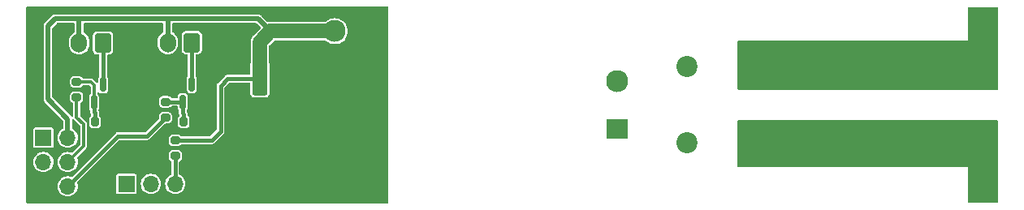
<source format=gbr>
%TF.GenerationSoftware,KiCad,Pcbnew,7.0.5-4d25ed1034~172~ubuntu22.04.1*%
%TF.CreationDate,2023-06-13T21:54:26+03:00*%
%TF.ProjectId,SolderPlate_Power,536f6c64-6572-4506-9c61-74655f506f77,1.0*%
%TF.SameCoordinates,Original*%
%TF.FileFunction,Copper,L1,Top*%
%TF.FilePolarity,Positive*%
%FSLAX46Y46*%
G04 Gerber Fmt 4.6, Leading zero omitted, Abs format (unit mm)*
G04 Created by KiCad (PCBNEW 7.0.5-4d25ed1034~172~ubuntu22.04.1) date 2023-06-13 21:54:26*
%MOMM*%
%LPD*%
G01*
G04 APERTURE LIST*
G04 Aperture macros list*
%AMRoundRect*
0 Rectangle with rounded corners*
0 $1 Rounding radius*
0 $2 $3 $4 $5 $6 $7 $8 $9 X,Y pos of 4 corners*
0 Add a 4 corners polygon primitive as box body*
4,1,4,$2,$3,$4,$5,$6,$7,$8,$9,$2,$3,0*
0 Add four circle primitives for the rounded corners*
1,1,$1+$1,$2,$3*
1,1,$1+$1,$4,$5*
1,1,$1+$1,$6,$7*
1,1,$1+$1,$8,$9*
0 Add four rect primitives between the rounded corners*
20,1,$1+$1,$2,$3,$4,$5,0*
20,1,$1+$1,$4,$5,$6,$7,0*
20,1,$1+$1,$6,$7,$8,$9,0*
20,1,$1+$1,$8,$9,$2,$3,0*%
G04 Aperture macros list end*
%TA.AperFunction,ComponentPad*%
%ADD10C,2.600000*%
%TD*%
%TA.AperFunction,SMDPad,CuDef*%
%ADD11RoundRect,0.150000X0.150000X-0.587500X0.150000X0.587500X-0.150000X0.587500X-0.150000X-0.587500X0*%
%TD*%
%TA.AperFunction,SMDPad,CuDef*%
%ADD12RoundRect,0.200000X0.200000X0.275000X-0.200000X0.275000X-0.200000X-0.275000X0.200000X-0.275000X0*%
%TD*%
%TA.AperFunction,SMDPad,CuDef*%
%ADD13RoundRect,0.200000X0.275000X-0.200000X0.275000X0.200000X-0.275000X0.200000X-0.275000X-0.200000X0*%
%TD*%
%TA.AperFunction,ComponentPad*%
%ADD14C,1.800000*%
%TD*%
%TA.AperFunction,ComponentPad*%
%ADD15RoundRect,0.250000X0.600000X0.750000X-0.600000X0.750000X-0.600000X-0.750000X0.600000X-0.750000X0*%
%TD*%
%TA.AperFunction,ComponentPad*%
%ADD16O,1.700000X2.000000*%
%TD*%
%TA.AperFunction,ComponentPad*%
%ADD17C,2.200000*%
%TD*%
%TA.AperFunction,SMDPad,CuDef*%
%ADD18RoundRect,0.250000X-0.550000X1.500000X-0.550000X-1.500000X0.550000X-1.500000X0.550000X1.500000X0*%
%TD*%
%TA.AperFunction,SMDPad,CuDef*%
%ADD19RoundRect,0.200000X-0.275000X0.200000X-0.275000X-0.200000X0.275000X-0.200000X0.275000X0.200000X0*%
%TD*%
%TA.AperFunction,ComponentPad*%
%ADD20R,1.700000X1.700000*%
%TD*%
%TA.AperFunction,ComponentPad*%
%ADD21O,1.700000X1.700000*%
%TD*%
%TA.AperFunction,ComponentPad*%
%ADD22R,2.300000X2.000000*%
%TD*%
%TA.AperFunction,ComponentPad*%
%ADD23C,2.300000*%
%TD*%
%TA.AperFunction,ComponentPad*%
%ADD24C,2.000000*%
%TD*%
%TA.AperFunction,ViaPad*%
%ADD25C,0.450000*%
%TD*%
%TA.AperFunction,Conductor*%
%ADD26C,0.400000*%
%TD*%
%TA.AperFunction,Conductor*%
%ADD27C,0.500000*%
%TD*%
%TA.AperFunction,Conductor*%
%ADD28C,1.500000*%
%TD*%
%TA.AperFunction,Conductor*%
%ADD29C,0.300000*%
%TD*%
G04 APERTURE END LIST*
D10*
%TO.P,J3,1,Pin_1*%
%TO.N,Net-(J3-Pin_1)*%
X100000000Y2060000D03*
X100000000Y7140000D03*
%TD*%
D11*
%TO.P,Q1,1,G*%
%TO.N,Net-(Q1-G)*%
X16550000Y10812500D03*
%TO.P,Q1,2,S*%
%TO.N,GND*%
X18450000Y10812500D03*
%TO.P,Q1,3,D*%
%TO.N,Net-(J2-Pin_1)*%
X17500000Y12687500D03*
%TD*%
D12*
%TO.P,R5,1*%
%TO.N,GND*%
X9075000Y8750000D03*
%TO.P,R5,2*%
%TO.N,Net-(Q2-G)*%
X7425000Y8750000D03*
%TD*%
D13*
%TO.P,R4,1*%
%TO.N,/SSR*%
X5500000Y11275000D03*
%TO.P,R4,2*%
%TO.N,Net-(Q2-G)*%
X5500000Y12925000D03*
%TD*%
D14*
%TO.P,RV1,1*%
%TO.N,Net-(J1-Pin_1)*%
X93800000Y14275000D03*
%TO.P,RV1,2*%
%TO.N,Net-(J3-Pin_1)*%
X90400000Y6775000D03*
%TD*%
D15*
%TO.P,J4,1,Pin_1*%
%TO.N,Net-(J4-Pin_1)*%
X8250000Y16975000D03*
D16*
%TO.P,J4,2,Pin_2*%
%TO.N,+5V*%
X5750000Y16975000D03*
%TD*%
D17*
%TO.P,FL2,1,1*%
%TO.N,Net-(J3-Pin_1)*%
X76100000Y6525000D03*
%TO.P,FL2,2,2*%
%TO.N,Net-(PS1-AC{slash}L)*%
X69100000Y6525000D03*
%TO.P,FL2,3,3*%
%TO.N,Net-(J1-Pin_1)*%
X76100000Y14525000D03*
%TO.P,FL2,4,4*%
%TO.N,Net-(PS1-AC{slash}N)*%
X69100000Y14525000D03*
%TD*%
D11*
%TO.P,Q2,1,G*%
%TO.N,Net-(Q2-G)*%
X7300000Y10750000D03*
%TO.P,Q2,2,S*%
%TO.N,GND*%
X9200000Y10750000D03*
%TO.P,Q2,3,D*%
%TO.N,Net-(J4-Pin_1)*%
X8250000Y12625000D03*
%TD*%
D12*
%TO.P,R3,1*%
%TO.N,GND*%
X18325000Y8750000D03*
%TO.P,R3,2*%
%TO.N,Net-(Q1-G)*%
X16675000Y8750000D03*
%TD*%
D18*
%TO.P,C2,1*%
%TO.N,+5V*%
X24600000Y13225000D03*
%TO.P,C2,2*%
%TO.N,GND*%
X24600000Y7825000D03*
%TD*%
D13*
%TO.P,R2,1*%
%TO.N,/Fan_On*%
X14750000Y9175000D03*
%TO.P,R2,2*%
%TO.N,Net-(Q1-G)*%
X14750000Y10825000D03*
%TD*%
D15*
%TO.P,J2,1,Pin_1*%
%TO.N,Net-(J2-Pin_1)*%
X17500000Y17000000D03*
D16*
%TO.P,J2,2,Pin_2*%
%TO.N,+5V*%
X15000000Y17000000D03*
%TD*%
D19*
%TO.P,R1,1*%
%TO.N,+5V*%
X15775000Y6825000D03*
%TO.P,R1,2*%
%TO.N,/LCD_BL*%
X15775000Y5175000D03*
%TD*%
D20*
%TO.P,J7,1,Pin_1*%
%TO.N,/Contrast*%
X2025000Y7080000D03*
D21*
%TO.P,J7,2,Pin_2*%
%TO.N,+5V*%
X4565000Y7080000D03*
%TO.P,J7,3,Pin_3*%
%TO.N,unconnected-(J7-Pin_3-Pad3)*%
X2025000Y4540000D03*
%TO.P,J7,4,Pin_4*%
%TO.N,/SSR*%
X4565000Y4540000D03*
%TO.P,J7,5,Pin_5*%
%TO.N,GND*%
X2025000Y2000000D03*
%TO.P,J7,6,Pin_6*%
%TO.N,/Fan_On*%
X4565000Y2000000D03*
%TD*%
D10*
%TO.P,J1,1,Pin_1*%
%TO.N,Net-(J1-Pin_1)*%
X100000000Y18940000D03*
X100000000Y13860000D03*
%TD*%
D22*
%TO.P,PS1,1,AC/L*%
%TO.N,Net-(PS1-AC{slash}L)*%
X61812500Y8000000D03*
D23*
%TO.P,PS1,2,AC/N*%
%TO.N,Net-(PS1-AC{slash}N)*%
X61812500Y13000000D03*
%TO.P,PS1,3,-Vout*%
%TO.N,GND*%
X32412500Y2800000D03*
%TO.P,PS1,4,+Vout*%
%TO.N,+5V*%
X32412500Y18200000D03*
%TD*%
D24*
%TO.P,C1,1*%
%TO.N,Net-(J3-Pin_1)*%
X83600000Y5525000D03*
%TO.P,C1,2*%
%TO.N,Net-(J1-Pin_1)*%
X83600000Y15525000D03*
%TD*%
D20*
%TO.P,J5,1,Pin_1*%
%TO.N,+5V*%
X10695000Y2250000D03*
D21*
%TO.P,J5,2,Pin_2*%
%TO.N,/LCD_V0*%
X13235000Y2250000D03*
%TO.P,J5,3,Pin_3*%
%TO.N,/LCD_BL*%
X15775000Y2250000D03*
%TO.P,J5,4,Pin_4*%
%TO.N,GND*%
X18315000Y2250000D03*
%TD*%
D25*
%TO.N,GND*%
X33500000Y8500000D03*
X31000000Y1000000D03*
X35500000Y19500000D03*
X23000000Y18000000D03*
X22500000Y4500000D03*
X35500000Y15500000D03*
X31000000Y11000000D03*
X1500000Y12000000D03*
X31000000Y20000000D03*
X35500000Y1000000D03*
X11000000Y13000000D03*
X21500000Y16000000D03*
X27000000Y6500000D03*
X35500000Y6000000D03*
X12000000Y10500000D03*
X20500000Y6000000D03*
X31000000Y15500000D03*
X28500000Y4500000D03*
X28000000Y15500000D03*
X18500000Y4500000D03*
X23000000Y1500000D03*
X8000000Y3000000D03*
X10500000Y6000000D03*
X7000000Y1000000D03*
X20000000Y13500000D03*
X27500000Y20000000D03*
X35500000Y11000000D03*
X1500000Y16000000D03*
X22500000Y6500000D03*
X19500000Y9500000D03*
X33500000Y13500000D03*
X31000000Y6000000D03*
X11500000Y18500000D03*
X4000000Y13000000D03*
X13500000Y12000000D03*
X33500000Y5000000D03*
%TD*%
D26*
%TO.N,+5V*%
X20500000Y12500000D02*
X21225000Y13225000D01*
D27*
X15000000Y19500000D02*
X5750000Y19500000D01*
X4565000Y9035000D02*
X4565000Y7080000D01*
D26*
X15775000Y6825000D02*
X19575000Y6825000D01*
X20500000Y7750000D02*
X20500000Y12500000D01*
D28*
X32412500Y18200000D02*
X25725000Y18200000D01*
D27*
X5750000Y19500000D02*
X3250000Y19500000D01*
D28*
X24600000Y17075000D02*
X24600000Y13225000D01*
D27*
X15000000Y17000000D02*
X15000000Y19500000D01*
D26*
X19575000Y6825000D02*
X20500000Y7750000D01*
D27*
X3250000Y19500000D02*
X2500000Y18750000D01*
X24425000Y19500000D02*
X25725000Y18200000D01*
X5750000Y19500000D02*
X5750000Y16975000D01*
X2500000Y18750000D02*
X2500000Y11100000D01*
X2500000Y11100000D02*
X4565000Y9035000D01*
X15000000Y19500000D02*
X24425000Y19500000D01*
D26*
X21225000Y13225000D02*
X24600000Y13225000D01*
D28*
X25725000Y18200000D02*
X24600000Y17075000D01*
%TO.N,GND*%
X24600000Y4000000D02*
X24600000Y7825000D01*
X32412500Y2800000D02*
X25800000Y2800000D01*
X25800000Y2800000D02*
X24600000Y4000000D01*
D26*
%TO.N,Net-(Q1-G)*%
X14750000Y10825000D02*
X16537500Y10825000D01*
X16675000Y9525000D02*
X16550000Y9650000D01*
X16537500Y10825000D02*
X16550000Y10812500D01*
X16675000Y8750000D02*
X16675000Y9525000D01*
X16550000Y9650000D02*
X16550000Y10812500D01*
%TO.N,/LCD_BL*%
X15775000Y5175000D02*
X15775000Y2250000D01*
%TO.N,/Fan_On*%
X9815000Y7250000D02*
X4565000Y2000000D01*
X12825000Y7250000D02*
X9815000Y7250000D01*
X12825000Y7250000D02*
X14750000Y9175000D01*
%TO.N,Net-(J2-Pin_1)*%
X17500000Y12687500D02*
X17500000Y17000000D01*
%TO.N,Net-(J4-Pin_1)*%
X8250000Y12625000D02*
X8250000Y16975000D01*
D29*
%TO.N,Net-(Q2-G)*%
X7300000Y12600000D02*
X7300000Y10750000D01*
X5500000Y12925000D02*
X6975000Y12925000D01*
D26*
X7300000Y9800000D02*
X7300000Y10750000D01*
D29*
X6975000Y12925000D02*
X7300000Y12600000D01*
D26*
X7425000Y9675000D02*
X7300000Y9800000D01*
X7425000Y8750000D02*
X7425000Y9675000D01*
D29*
%TO.N,/SSR*%
X6200000Y6175000D02*
X6200000Y8500000D01*
X6200000Y8500000D02*
X5500000Y9200000D01*
X4565000Y4540000D02*
X6200000Y6175000D01*
X5500000Y9200000D02*
X5500000Y11275000D01*
%TD*%
%TA.AperFunction,Conductor*%
%TO.N,GND*%
G36*
X37955069Y20778683D02*
G01*
X37994665Y20724183D01*
X38000000Y20690500D01*
X38000000Y309500D01*
X37979183Y245431D01*
X37924683Y205835D01*
X37891000Y200500D01*
X508579Y200500D01*
X491527Y201842D01*
X424498Y212459D01*
X392067Y222997D01*
X339340Y249862D01*
X311751Y269906D01*
X269905Y311752D01*
X249862Y339340D01*
X222994Y392071D01*
X212458Y424500D01*
X211427Y431007D01*
X201842Y491529D01*
X200500Y508580D01*
X200500Y2000000D01*
X3509417Y2000000D01*
X3529700Y1794066D01*
X3589768Y1596046D01*
X3687315Y1413550D01*
X3818590Y1253590D01*
X3978550Y1122315D01*
X4161046Y1024768D01*
X4359066Y964700D01*
X4548054Y946087D01*
X4564999Y944417D01*
X4565000Y944417D01*
X4565001Y944417D01*
X4580657Y945960D01*
X4770934Y964700D01*
X4968954Y1024768D01*
X5151450Y1122315D01*
X5311410Y1253590D01*
X5415358Y1380252D01*
X9644500Y1380252D01*
X9653806Y1333466D01*
X9656133Y1321768D01*
X9700445Y1255451D01*
X9700450Y1255446D01*
X9766767Y1211134D01*
X9766769Y1211133D01*
X9825252Y1199500D01*
X9825255Y1199500D01*
X11564744Y1199500D01*
X11564748Y1199500D01*
X11623231Y1211133D01*
X11689552Y1255448D01*
X11733867Y1321769D01*
X11745500Y1380252D01*
X11745500Y2250000D01*
X12179417Y2250000D01*
X12199700Y2044066D01*
X12259768Y1846046D01*
X12357315Y1663550D01*
X12488590Y1503590D01*
X12648550Y1372315D01*
X12831046Y1274768D01*
X13029066Y1214700D01*
X13218054Y1196087D01*
X13234999Y1194417D01*
X13235000Y1194417D01*
X13235001Y1194417D01*
X13250657Y1195960D01*
X13440934Y1214700D01*
X13638954Y1274768D01*
X13821450Y1372315D01*
X13981410Y1503590D01*
X14112685Y1663550D01*
X14210232Y1846046D01*
X14270300Y2044066D01*
X14290583Y2250000D01*
X14719417Y2250000D01*
X14739700Y2044066D01*
X14799768Y1846046D01*
X14897315Y1663550D01*
X15028590Y1503590D01*
X15188550Y1372315D01*
X15371046Y1274768D01*
X15569066Y1214700D01*
X15758054Y1196087D01*
X15774999Y1194417D01*
X15775000Y1194417D01*
X15775001Y1194417D01*
X15790657Y1195960D01*
X15980934Y1214700D01*
X16178954Y1274768D01*
X16361450Y1372315D01*
X16521410Y1503590D01*
X16652685Y1663550D01*
X16750232Y1846046D01*
X16810300Y2044066D01*
X16830583Y2250000D01*
X16810300Y2455934D01*
X16750232Y2653954D01*
X16652685Y2836450D01*
X16521410Y2996410D01*
X16361450Y3127685D01*
X16339068Y3139649D01*
X16233117Y3196282D01*
X16186427Y3244843D01*
X16175500Y3292411D01*
X16175500Y4522659D01*
X16196317Y4586728D01*
X16235013Y4619778D01*
X16288342Y4646950D01*
X16378050Y4736658D01*
X16435646Y4849696D01*
X16450500Y4943481D01*
X16450499Y5406518D01*
X16435646Y5500304D01*
X16378050Y5613342D01*
X16288342Y5703050D01*
X16175303Y5760647D01*
X16081519Y5775500D01*
X15468484Y5775500D01*
X15468479Y5775499D01*
X15374697Y5760647D01*
X15261657Y5703050D01*
X15171950Y5613343D01*
X15114353Y5500304D01*
X15099500Y5406520D01*
X15099500Y4943485D01*
X15099501Y4943480D01*
X15114353Y4849698D01*
X15114353Y4849697D01*
X15114354Y4849696D01*
X15171950Y4736658D01*
X15261658Y4646950D01*
X15314986Y4619778D01*
X15362620Y4572144D01*
X15374500Y4522659D01*
X15374500Y3292411D01*
X15353683Y3228342D01*
X15316883Y3196282D01*
X15188555Y3127688D01*
X15188552Y3127687D01*
X15188550Y3127685D01*
X15188547Y3127684D01*
X15188549Y3127684D01*
X15028594Y2996414D01*
X15028586Y2996406D01*
X14897316Y2836451D01*
X14897312Y2836445D01*
X14799770Y2653959D01*
X14799769Y2653957D01*
X14799768Y2653954D01*
X14739700Y2455934D01*
X14719417Y2250000D01*
X14290583Y2250000D01*
X14270300Y2455934D01*
X14210232Y2653954D01*
X14112685Y2836450D01*
X13981410Y2996410D01*
X13821450Y3127685D01*
X13638954Y3225232D01*
X13440934Y3285300D01*
X13286608Y3300500D01*
X13235001Y3305583D01*
X13234999Y3305583D01*
X13183392Y3300500D01*
X13029066Y3285300D01*
X12831046Y3225232D01*
X12831043Y3225231D01*
X12831041Y3225230D01*
X12648555Y3127688D01*
X12648552Y3127687D01*
X12648550Y3127685D01*
X12648547Y3127684D01*
X12648549Y3127684D01*
X12488594Y2996414D01*
X12488586Y2996406D01*
X12357316Y2836451D01*
X12357312Y2836445D01*
X12259770Y2653959D01*
X12259769Y2653957D01*
X12259768Y2653954D01*
X12199700Y2455934D01*
X12179417Y2250000D01*
X11745500Y2250000D01*
X11745500Y3119748D01*
X11733867Y3178231D01*
X11702463Y3225230D01*
X11689554Y3244550D01*
X11689549Y3244555D01*
X11623232Y3288867D01*
X11605414Y3292411D01*
X11564748Y3300500D01*
X9825252Y3300500D01*
X9790162Y3293521D01*
X9766767Y3288867D01*
X9700450Y3244555D01*
X9700445Y3244550D01*
X9656133Y3178233D01*
X9656132Y3178231D01*
X9656133Y3178231D01*
X9644500Y3119748D01*
X9644500Y1380252D01*
X5415358Y1380252D01*
X5442685Y1413550D01*
X5540232Y1596046D01*
X5600300Y1794066D01*
X5620583Y2000000D01*
X5600300Y2205934D01*
X5558059Y2345186D01*
X5559382Y2412537D01*
X5585289Y2453898D01*
X9948967Y6817575D01*
X10008991Y6848158D01*
X10026042Y6849500D01*
X12888433Y6849500D01*
X12910629Y6856713D01*
X12927246Y6860703D01*
X12950304Y6864354D01*
X12971096Y6874949D01*
X12986890Y6881492D01*
X13009090Y6888704D01*
X13027977Y6902428D01*
X13042540Y6911352D01*
X13063342Y6921950D01*
X13079687Y6938297D01*
X13079696Y6938303D01*
X14271892Y8130500D01*
X14683967Y8542577D01*
X14743991Y8573159D01*
X14761042Y8574501D01*
X15056516Y8574501D01*
X15056518Y8574501D01*
X15150304Y8589354D01*
X15263342Y8646950D01*
X15353050Y8736658D01*
X15410646Y8849696D01*
X15425500Y8943481D01*
X15425499Y9406518D01*
X15410646Y9500304D01*
X15353050Y9613342D01*
X15263342Y9703050D01*
X15242964Y9713433D01*
X15150303Y9760647D01*
X15056519Y9775500D01*
X14443484Y9775500D01*
X14443479Y9775499D01*
X14349697Y9760647D01*
X14236657Y9703050D01*
X14146950Y9613343D01*
X14089353Y9500304D01*
X14074500Y9406521D01*
X14074500Y9111043D01*
X14053683Y9046974D01*
X14042575Y9033968D01*
X12691032Y7682425D01*
X12631008Y7651842D01*
X12613957Y7650500D01*
X9781256Y7650500D01*
X9781232Y7650499D01*
X9751566Y7650499D01*
X9729378Y7643290D01*
X9712752Y7639298D01*
X9689695Y7635646D01*
X9689694Y7635646D01*
X9668896Y7625049D01*
X9653099Y7618506D01*
X9630910Y7611297D01*
X9630907Y7611295D01*
X9612026Y7597577D01*
X9597443Y7588641D01*
X9576661Y7578053D01*
X9576656Y7578049D01*
X9522169Y7523567D01*
X9522165Y7523559D01*
X5018897Y3020292D01*
X4958873Y2989709D01*
X4910182Y2993060D01*
X4770934Y3035300D01*
X4633644Y3048822D01*
X4565001Y3055583D01*
X4564999Y3055583D01*
X4462033Y3045442D01*
X4359066Y3035300D01*
X4161046Y2975232D01*
X4161043Y2975231D01*
X4161041Y2975230D01*
X3978555Y2877688D01*
X3978552Y2877687D01*
X3978550Y2877685D01*
X3978547Y2877684D01*
X3978549Y2877684D01*
X3818594Y2746414D01*
X3818586Y2746406D01*
X3687316Y2586451D01*
X3687312Y2586445D01*
X3589770Y2403959D01*
X3589769Y2403957D01*
X3589768Y2403954D01*
X3529700Y2205934D01*
X3509417Y2000000D01*
X200500Y2000000D01*
X200500Y4540000D01*
X969417Y4540000D01*
X989700Y4334066D01*
X1049768Y4136046D01*
X1147315Y3953550D01*
X1278590Y3793590D01*
X1438550Y3662315D01*
X1621046Y3564768D01*
X1819066Y3504700D01*
X2008054Y3486087D01*
X2024999Y3484417D01*
X2025000Y3484417D01*
X2025001Y3484417D01*
X2040657Y3485960D01*
X2230934Y3504700D01*
X2428954Y3564768D01*
X2611450Y3662315D01*
X2771410Y3793590D01*
X2902685Y3953550D01*
X3000232Y4136046D01*
X3060300Y4334066D01*
X3080583Y4540000D01*
X3060300Y4745934D01*
X3000232Y4943954D01*
X2902685Y5126450D01*
X2771410Y5286410D01*
X2611450Y5417685D01*
X2456882Y5500304D01*
X2428958Y5515230D01*
X2428957Y5515231D01*
X2428954Y5515232D01*
X2230934Y5575300D01*
X2093644Y5588822D01*
X2025001Y5595583D01*
X2024999Y5595583D01*
X1922032Y5585442D01*
X1819066Y5575300D01*
X1621046Y5515232D01*
X1621043Y5515231D01*
X1621041Y5515230D01*
X1438555Y5417688D01*
X1438552Y5417687D01*
X1438550Y5417685D01*
X1406557Y5391430D01*
X1278594Y5286414D01*
X1278586Y5286406D01*
X1147316Y5126451D01*
X1147312Y5126445D01*
X1049770Y4943959D01*
X1049769Y4943957D01*
X1049768Y4943954D01*
X989700Y4745934D01*
X969417Y4540000D01*
X200500Y4540000D01*
X200500Y6210256D01*
X974499Y6210256D01*
X986133Y6151768D01*
X1030445Y6085451D01*
X1030450Y6085446D01*
X1096767Y6041134D01*
X1096769Y6041133D01*
X1155252Y6029500D01*
X1155255Y6029500D01*
X2894744Y6029500D01*
X2894748Y6029500D01*
X2953231Y6041133D01*
X3019552Y6085448D01*
X3063867Y6151769D01*
X3075500Y6210252D01*
X3075500Y7949748D01*
X3063867Y8008231D01*
X3063866Y8008233D01*
X3019554Y8074550D01*
X3019549Y8074555D01*
X2953232Y8118867D01*
X2938610Y8121776D01*
X2894748Y8130500D01*
X1155252Y8130500D01*
X1120162Y8123521D01*
X1096767Y8118867D01*
X1030450Y8074555D01*
X1030445Y8074550D01*
X986133Y8008233D01*
X986132Y8008231D01*
X986133Y8008231D01*
X974500Y7949748D01*
X974500Y7949745D01*
X974500Y6210256D01*
X974499Y6210256D01*
X200500Y6210256D01*
X200500Y11082962D01*
X2044730Y11082962D01*
X2055596Y11025530D01*
X2055937Y11023522D01*
X2064651Y10965717D01*
X2067060Y10957908D01*
X2066487Y10957732D01*
X2066714Y10957043D01*
X2067279Y10957240D01*
X2069977Y10949528D01*
X2097300Y10897828D01*
X2098218Y10896010D01*
X2123577Y10843353D01*
X2128177Y10836606D01*
X2127684Y10836271D01*
X2128103Y10835681D01*
X2128583Y10836034D01*
X2133434Y10829462D01*
X2174776Y10788119D01*
X2176190Y10786652D01*
X2215946Y10743805D01*
X2222331Y10738713D01*
X2221957Y10738245D01*
X2233532Y10729364D01*
X3162593Y9800303D01*
X4082575Y8880322D01*
X4113158Y8820298D01*
X4114500Y8803247D01*
X4114500Y8095685D01*
X4093683Y8031616D01*
X4056883Y7999556D01*
X3978555Y7957688D01*
X3978552Y7957687D01*
X3978550Y7957685D01*
X3978547Y7957684D01*
X3978549Y7957684D01*
X3818594Y7826414D01*
X3818586Y7826406D01*
X3713570Y7698442D01*
X3703825Y7686567D01*
X3687316Y7666451D01*
X3687312Y7666445D01*
X3589770Y7483959D01*
X3589769Y7483957D01*
X3589768Y7483954D01*
X3529700Y7285934D01*
X3509417Y7080000D01*
X3529700Y6874066D01*
X3589768Y6676046D01*
X3687315Y6493550D01*
X3818590Y6333590D01*
X3978550Y6202315D01*
X4161046Y6104768D01*
X4359066Y6044700D01*
X4548054Y6026087D01*
X4564999Y6024417D01*
X4565000Y6024417D01*
X4565001Y6024417D01*
X4580657Y6025960D01*
X4770934Y6044700D01*
X4968954Y6104768D01*
X5151450Y6202315D01*
X5311410Y6333590D01*
X5442685Y6493550D01*
X5540232Y6676046D01*
X5600300Y6874066D01*
X5620583Y7080000D01*
X5600300Y7285934D01*
X5540232Y7483954D01*
X5442685Y7666450D01*
X5311410Y7826410D01*
X5151450Y7957685D01*
X5126427Y7971060D01*
X5073117Y7999556D01*
X5026427Y8048117D01*
X5015500Y8095685D01*
X5015500Y8926808D01*
X5036317Y8990877D01*
X5090817Y9030473D01*
X5158183Y9030473D01*
X5202666Y8998154D01*
X5204416Y8999903D01*
X5204822Y8999497D01*
X5209558Y8993147D01*
X5212683Y8990877D01*
X5213217Y8990136D01*
X5215077Y8987531D01*
X5219580Y8981746D01*
X5219582Y8981742D01*
X5240591Y8962402D01*
X5256441Y8947810D01*
X5258066Y8946251D01*
X5817575Y8386743D01*
X5848158Y8326719D01*
X5849500Y8309668D01*
X5849500Y6365333D01*
X5828683Y6301264D01*
X5817575Y6288258D01*
X5073151Y5543835D01*
X5013127Y5513252D01*
X4964436Y5516603D01*
X4770934Y5575300D01*
X4565001Y5595583D01*
X4564999Y5595583D01*
X4462033Y5585442D01*
X4359066Y5575300D01*
X4161046Y5515232D01*
X4161043Y5515231D01*
X4161041Y5515230D01*
X3978555Y5417688D01*
X3978552Y5417687D01*
X3978550Y5417685D01*
X3946558Y5391430D01*
X3818594Y5286414D01*
X3818586Y5286406D01*
X3687316Y5126451D01*
X3687312Y5126445D01*
X3589770Y4943959D01*
X3589769Y4943957D01*
X3589768Y4943954D01*
X3529700Y4745934D01*
X3509417Y4540000D01*
X3529700Y4334066D01*
X3589768Y4136046D01*
X3687315Y3953550D01*
X3818590Y3793590D01*
X3978550Y3662315D01*
X4161046Y3564768D01*
X4359066Y3504700D01*
X4548054Y3486087D01*
X4564999Y3484417D01*
X4565000Y3484417D01*
X4565001Y3484417D01*
X4580657Y3485960D01*
X4770934Y3504700D01*
X4968954Y3564768D01*
X5151450Y3662315D01*
X5311410Y3793590D01*
X5442685Y3953550D01*
X5540232Y4136046D01*
X5600300Y4334066D01*
X5620583Y4540000D01*
X5600300Y4745934D01*
X5541602Y4939438D01*
X5542924Y5006790D01*
X5568831Y5048151D01*
X6414150Y5893470D01*
X6431607Y5907643D01*
X6440669Y5913563D01*
X6461153Y5939884D01*
X6465612Y5944931D01*
X6468375Y5947693D01*
X6480384Y5964515D01*
X6481729Y5966319D01*
X6512516Y6005873D01*
X6516008Y6012327D01*
X6519235Y6018930D01*
X6519239Y6018934D01*
X6533553Y6067019D01*
X6534207Y6069059D01*
X6550500Y6116512D01*
X6550500Y6116516D01*
X6551704Y6123728D01*
X6552614Y6131039D01*
X6552617Y6131046D01*
X6551383Y6160873D01*
X6550547Y6181109D01*
X6550500Y6183361D01*
X6550500Y8452349D01*
X6552820Y8474720D01*
X6555042Y8485315D01*
X6550919Y8518394D01*
X6550500Y8525141D01*
X6550500Y8529039D01*
X6548241Y8542576D01*
X6547090Y8549467D01*
X6546773Y8551645D01*
X6540573Y8601393D01*
X6540572Y8601396D01*
X6538481Y8608421D01*
X6536092Y8615378D01*
X6536092Y8615381D01*
X6524496Y8636807D01*
X6512250Y8659437D01*
X6511218Y8661441D01*
X6489199Y8706483D01*
X6484948Y8712436D01*
X6480417Y8718259D01*
X6443557Y8752192D01*
X6441932Y8753751D01*
X5882425Y9313257D01*
X5851842Y9373281D01*
X5850500Y9390332D01*
X5850500Y10597183D01*
X5871317Y10661252D01*
X5910012Y10694301D01*
X6013342Y10746950D01*
X6103050Y10836658D01*
X6160646Y10949696D01*
X6175500Y11043481D01*
X6175499Y11506518D01*
X6160646Y11600304D01*
X6103050Y11713342D01*
X6013342Y11803050D01*
X5956847Y11831836D01*
X5900303Y11860647D01*
X5806519Y11875500D01*
X5193484Y11875500D01*
X5193479Y11875499D01*
X5099697Y11860647D01*
X4986657Y11803050D01*
X4896950Y11713343D01*
X4839353Y11600304D01*
X4824500Y11506520D01*
X4824500Y11043485D01*
X4824501Y11043480D01*
X4839353Y10949698D01*
X4839353Y10949697D01*
X4839354Y10949696D01*
X4896950Y10836658D01*
X4986658Y10746950D01*
X5089986Y10694302D01*
X5137620Y10646668D01*
X5149500Y10597183D01*
X5149500Y9337130D01*
X5128683Y9273061D01*
X5074183Y9233465D01*
X5006817Y9233465D01*
X4952317Y9273061D01*
X4942296Y9289834D01*
X4941424Y9291645D01*
X4936823Y9298394D01*
X4937315Y9298731D01*
X4936895Y9299322D01*
X4936415Y9298967D01*
X4931567Y9305535D01*
X4931566Y9305538D01*
X4917160Y9319944D01*
X4890222Y9346883D01*
X4888808Y9348351D01*
X4849055Y9391195D01*
X4842670Y9396287D01*
X4843042Y9396755D01*
X4831467Y9405637D01*
X2982425Y11254679D01*
X2951842Y11314703D01*
X2950500Y11331754D01*
X2950500Y12693485D01*
X4824500Y12693485D01*
X4824501Y12693480D01*
X4839353Y12599698D01*
X4839353Y12599697D01*
X4839354Y12599696D01*
X4896950Y12486658D01*
X4986658Y12396950D01*
X5099696Y12339354D01*
X5193481Y12324500D01*
X5806518Y12324501D01*
X5900304Y12339354D01*
X6013342Y12396950D01*
X6103050Y12486658D01*
X6117483Y12514986D01*
X6165118Y12562620D01*
X6214603Y12574500D01*
X6784668Y12574500D01*
X6848737Y12553683D01*
X6861743Y12542575D01*
X6917575Y12486743D01*
X6948158Y12426719D01*
X6949500Y12409668D01*
X6949500Y11677831D01*
X6928683Y11613762D01*
X6917575Y11600757D01*
X6860801Y11543983D01*
X6809426Y11438893D01*
X6809426Y11438891D01*
X6799500Y11370763D01*
X6799500Y10129238D01*
X6809426Y10061110D01*
X6809426Y10061107D01*
X6849166Y9979819D01*
X6860802Y9956017D01*
X6867572Y9949247D01*
X6898157Y9889225D01*
X6899500Y9872170D01*
X6899500Y9736564D01*
X6906710Y9714373D01*
X6910701Y9697749D01*
X6914352Y9674701D01*
X6914353Y9674698D01*
X6914354Y9674696D01*
X6924949Y9653901D01*
X6931492Y9638107D01*
X6938704Y9615909D01*
X6952420Y9597031D01*
X6961354Y9582452D01*
X6971948Y9561661D01*
X6971951Y9561656D01*
X6991779Y9541828D01*
X6991780Y9541828D01*
X6992575Y9541033D01*
X7023158Y9481009D01*
X7024500Y9463958D01*
X7024500Y9436042D01*
X7003683Y9371973D01*
X6992575Y9358967D01*
X6896950Y9263343D01*
X6839353Y9150304D01*
X6824500Y9056520D01*
X6824500Y8443485D01*
X6824501Y8443480D01*
X6839353Y8349698D01*
X6839353Y8349697D01*
X6839354Y8349696D01*
X6896950Y8236658D01*
X6986658Y8146950D01*
X7099696Y8089354D01*
X7193481Y8074500D01*
X7656518Y8074501D01*
X7750304Y8089354D01*
X7863342Y8146950D01*
X7953050Y8236658D01*
X8010646Y8349696D01*
X8025500Y8443481D01*
X8025499Y9056518D01*
X8010646Y9150304D01*
X7953050Y9263342D01*
X7863342Y9353050D01*
X7857425Y9358967D01*
X7826842Y9418991D01*
X7825500Y9436042D01*
X7825500Y9728200D01*
X7825501Y9728200D01*
X7825499Y9728206D01*
X7825500Y9738433D01*
X7818286Y9760633D01*
X7814295Y9777262D01*
X7810646Y9800303D01*
X7810646Y9800304D01*
X7800048Y9821103D01*
X7793505Y9836901D01*
X7791201Y9843993D01*
X7786296Y9859089D01*
X7772576Y9877974D01*
X7763645Y9892547D01*
X7760033Y9899636D01*
X7749495Y9966171D01*
X7759226Y9996987D01*
X7790573Y10061107D01*
X7800500Y10129240D01*
X7800500Y10593485D01*
X14074500Y10593485D01*
X14074501Y10593480D01*
X14089353Y10499698D01*
X14089353Y10499697D01*
X14089354Y10499696D01*
X14146950Y10386658D01*
X14236658Y10296950D01*
X14349696Y10239354D01*
X14443481Y10224500D01*
X15056518Y10224501D01*
X15150304Y10239354D01*
X15263342Y10296950D01*
X15353050Y10386658D01*
X15358966Y10392574D01*
X15418989Y10423158D01*
X15436041Y10424500D01*
X15940500Y10424500D01*
X16004569Y10403683D01*
X16044165Y10349183D01*
X16049500Y10315500D01*
X16049500Y10191738D01*
X16059426Y10123610D01*
X16059426Y10123608D01*
X16085685Y10069893D01*
X16110802Y10018517D01*
X16117574Y10011745D01*
X16117577Y10011742D01*
X16148158Y9951717D01*
X16149499Y9934670D01*
X16149500Y9713433D01*
X16149500Y9586564D01*
X16156710Y9564373D01*
X16160701Y9547749D01*
X16164352Y9524701D01*
X16164353Y9524698D01*
X16164354Y9524696D01*
X16174949Y9503901D01*
X16181492Y9488107D01*
X16188704Y9465910D01*
X16201657Y9448081D01*
X16222472Y9384012D01*
X16201653Y9319944D01*
X16190547Y9306941D01*
X16146951Y9263345D01*
X16089353Y9150304D01*
X16074500Y9056520D01*
X16074500Y8443485D01*
X16074501Y8443480D01*
X16089353Y8349698D01*
X16089353Y8349697D01*
X16089354Y8349696D01*
X16146950Y8236658D01*
X16236658Y8146950D01*
X16349696Y8089354D01*
X16443481Y8074500D01*
X16906518Y8074501D01*
X17000304Y8089354D01*
X17113342Y8146950D01*
X17203050Y8236658D01*
X17260646Y8349696D01*
X17275500Y8443481D01*
X17275499Y9056518D01*
X17260646Y9150304D01*
X17203050Y9263342D01*
X17113342Y9353050D01*
X17107425Y9358967D01*
X17076842Y9418991D01*
X17075500Y9436042D01*
X17075500Y9578200D01*
X17075501Y9578200D01*
X17075499Y9578206D01*
X17075500Y9588433D01*
X17068286Y9610633D01*
X17064295Y9627262D01*
X17062577Y9638107D01*
X17060646Y9650304D01*
X17050048Y9671103D01*
X17043505Y9686901D01*
X17036296Y9709089D01*
X17022576Y9727974D01*
X17013646Y9742546D01*
X17003050Y9763342D01*
X16997608Y9768784D01*
X16982424Y9783969D01*
X16951842Y9843993D01*
X16950500Y9861042D01*
X16950500Y9934670D01*
X16971317Y9998739D01*
X16982419Y10011739D01*
X16989198Y10018517D01*
X17040573Y10123607D01*
X17050500Y10191740D01*
X17050500Y11433260D01*
X17040573Y11501393D01*
X16989198Y11606483D01*
X16906483Y11689198D01*
X16906481Y11689199D01*
X16906482Y11689199D01*
X16801391Y11740574D01*
X16733262Y11750500D01*
X16733260Y11750500D01*
X16366740Y11750500D01*
X16366738Y11750500D01*
X16298609Y11740574D01*
X16298607Y11740574D01*
X16193518Y11689199D01*
X16110801Y11606482D01*
X16059426Y11501393D01*
X16059426Y11501391D01*
X16049500Y11433263D01*
X16049500Y11334500D01*
X16028683Y11270431D01*
X15974183Y11230835D01*
X15940500Y11225500D01*
X15436041Y11225500D01*
X15371972Y11246317D01*
X15358966Y11257426D01*
X15263344Y11353049D01*
X15150303Y11410647D01*
X15056519Y11425500D01*
X14443484Y11425500D01*
X14443479Y11425499D01*
X14349697Y11410647D01*
X14236657Y11353050D01*
X14146950Y11263343D01*
X14089353Y11150304D01*
X14074500Y11056520D01*
X14074500Y10593485D01*
X7800500Y10593485D01*
X7800500Y11370760D01*
X7790573Y11438893D01*
X7739198Y11543983D01*
X7682423Y11600758D01*
X7651842Y11660779D01*
X7650500Y11677830D01*
X7650500Y11728171D01*
X7671317Y11792240D01*
X7725817Y11831836D01*
X7793183Y11831836D01*
X7836572Y11805247D01*
X7893517Y11748302D01*
X7998607Y11696927D01*
X8066737Y11687001D01*
X8066738Y11687000D01*
X8066740Y11687000D01*
X8433262Y11687000D01*
X8433262Y11687001D01*
X8501393Y11696927D01*
X8606483Y11748302D01*
X8689198Y11831017D01*
X8740573Y11936107D01*
X8750500Y12004240D01*
X8750500Y13245760D01*
X8740573Y13313893D01*
X8689198Y13418983D01*
X8682421Y13425760D01*
X8651841Y13485784D01*
X8650500Y13502831D01*
X8650500Y15665500D01*
X8671317Y15729569D01*
X8725817Y15769165D01*
X8759500Y15774500D01*
X8904267Y15774500D01*
X8911874Y15775214D01*
X8934699Y15777354D01*
X9062882Y15822207D01*
X9172150Y15902850D01*
X9252793Y16012118D01*
X9297646Y16140301D01*
X9299990Y16165300D01*
X9300500Y16170733D01*
X9300500Y17779268D01*
X9299073Y17794483D01*
X9297646Y17809699D01*
X9252793Y17937882D01*
X9252789Y17937888D01*
X9172153Y18047147D01*
X9172146Y18047154D01*
X9062887Y18127790D01*
X9062882Y18127793D01*
X8934700Y18172646D01*
X8934696Y18172647D01*
X8904267Y18175500D01*
X8904266Y18175500D01*
X7595734Y18175500D01*
X7595733Y18175500D01*
X7565303Y18172647D01*
X7565299Y18172646D01*
X7437117Y18127793D01*
X7437112Y18127790D01*
X7327853Y18047154D01*
X7327846Y18047147D01*
X7247210Y17937888D01*
X7247207Y17937883D01*
X7202354Y17809701D01*
X7202353Y17809697D01*
X7199500Y17779268D01*
X7199500Y16170733D01*
X7202353Y16140304D01*
X7202354Y16140300D01*
X7247207Y16012118D01*
X7247210Y16012113D01*
X7327846Y15902854D01*
X7327853Y15902847D01*
X7437112Y15822211D01*
X7437115Y15822210D01*
X7437118Y15822207D01*
X7565301Y15777354D01*
X7585589Y15775452D01*
X7595733Y15774500D01*
X7595734Y15774500D01*
X7740500Y15774500D01*
X7804569Y15753683D01*
X7844165Y15699183D01*
X7849500Y15665500D01*
X7849499Y13502831D01*
X7828682Y13438762D01*
X7817579Y13425762D01*
X7810806Y13418989D01*
X7810801Y13418983D01*
X7759426Y13313893D01*
X7759426Y13313891D01*
X7749500Y13245763D01*
X7749500Y12911103D01*
X7728683Y12847034D01*
X7674183Y12807438D01*
X7606817Y12807438D01*
X7566677Y12830908D01*
X7543558Y12852190D01*
X7541932Y12853751D01*
X7256535Y13139147D01*
X7242357Y13156607D01*
X7236436Y13165670D01*
X7236435Y13165671D01*
X7225597Y13174106D01*
X7210128Y13186146D01*
X7205067Y13190616D01*
X7202310Y13193373D01*
X7185478Y13205390D01*
X7183671Y13206738D01*
X7144122Y13237520D01*
X7137679Y13241007D01*
X7131067Y13244240D01*
X7083025Y13258543D01*
X7080896Y13259226D01*
X7068795Y13263380D01*
X7033491Y13275500D01*
X7026234Y13276710D01*
X7018956Y13277617D01*
X7018954Y13277617D01*
X7011988Y13277329D01*
X6968893Y13275547D01*
X6966640Y13275500D01*
X6214603Y13275500D01*
X6150534Y13296317D01*
X6117483Y13335015D01*
X6103049Y13363343D01*
X6013344Y13453049D01*
X5900303Y13510647D01*
X5806519Y13525500D01*
X5193484Y13525500D01*
X5193479Y13525499D01*
X5099697Y13510647D01*
X4986657Y13453050D01*
X4896950Y13363343D01*
X4839353Y13250304D01*
X4824500Y13156520D01*
X4824500Y12693485D01*
X2950500Y12693485D01*
X2950500Y18518247D01*
X2971317Y18582316D01*
X2982425Y18595322D01*
X3404678Y19017575D01*
X3464702Y19048158D01*
X3481753Y19049500D01*
X5190500Y19049500D01*
X5254569Y19028683D01*
X5294165Y18974183D01*
X5299500Y18940500D01*
X5299500Y18140685D01*
X5278683Y18076616D01*
X5241883Y18044556D01*
X5163555Y18002688D01*
X5163552Y18002687D01*
X5163550Y18002685D01*
X5163547Y18002684D01*
X5163549Y18002684D01*
X5003594Y17871414D01*
X5003586Y17871406D01*
X4872316Y17711451D01*
X4872312Y17711445D01*
X4774770Y17528959D01*
X4774769Y17528957D01*
X4774768Y17528954D01*
X4714700Y17330934D01*
X4699500Y17176608D01*
X4699500Y16773392D01*
X4714700Y16619066D01*
X4774768Y16421046D01*
X4872315Y16238550D01*
X5003590Y16078590D01*
X5163550Y15947315D01*
X5346046Y15849768D01*
X5544066Y15789700D01*
X5733054Y15771087D01*
X5749999Y15769417D01*
X5750000Y15769417D01*
X5750001Y15769417D01*
X5765657Y15770960D01*
X5955934Y15789700D01*
X6153954Y15849768D01*
X6336450Y15947315D01*
X6496410Y16078590D01*
X6627685Y16238550D01*
X6725232Y16421046D01*
X6785300Y16619066D01*
X6800500Y16773392D01*
X6800500Y17176608D01*
X6785300Y17330934D01*
X6725232Y17528954D01*
X6627685Y17711450D01*
X6496410Y17871410D01*
X6336450Y18002685D01*
X6289679Y18027685D01*
X6258117Y18044556D01*
X6211427Y18093117D01*
X6200500Y18140685D01*
X6200500Y18940500D01*
X6221317Y19004569D01*
X6275817Y19044165D01*
X6309500Y19049500D01*
X14440500Y19049500D01*
X14504569Y19028683D01*
X14544165Y18974183D01*
X14549500Y18940500D01*
X14549500Y18165685D01*
X14528683Y18101616D01*
X14491883Y18069556D01*
X14413555Y18027688D01*
X14413552Y18027687D01*
X14413550Y18027685D01*
X14413547Y18027684D01*
X14413549Y18027684D01*
X14253594Y17896414D01*
X14253586Y17896406D01*
X14122316Y17736451D01*
X14122312Y17736445D01*
X14024770Y17553959D01*
X14024769Y17553957D01*
X14024768Y17553954D01*
X13964700Y17355934D01*
X13949500Y17201608D01*
X13949500Y16798392D01*
X13964700Y16644066D01*
X14024768Y16446046D01*
X14122315Y16263550D01*
X14253590Y16103590D01*
X14413550Y15972315D01*
X14596046Y15874768D01*
X14794066Y15814700D01*
X14983054Y15796087D01*
X14999999Y15794417D01*
X15000000Y15794417D01*
X15000001Y15794417D01*
X15015657Y15795960D01*
X15205934Y15814700D01*
X15403954Y15874768D01*
X15586450Y15972315D01*
X15746410Y16103590D01*
X15822029Y16195733D01*
X16449499Y16195733D01*
X16452353Y16165304D01*
X16452354Y16165300D01*
X16497207Y16037118D01*
X16497210Y16037113D01*
X16577846Y15927854D01*
X16577853Y15927847D01*
X16687112Y15847211D01*
X16687115Y15847210D01*
X16687118Y15847207D01*
X16815301Y15802354D01*
X16835589Y15800452D01*
X16845733Y15799500D01*
X16845734Y15799500D01*
X16990500Y15799500D01*
X17054569Y15778683D01*
X17094165Y15724183D01*
X17099500Y15690500D01*
X17099500Y13565331D01*
X17078683Y13501262D01*
X17067578Y13488259D01*
X17060802Y13481483D01*
X17060801Y13481483D01*
X17009426Y13376393D01*
X17009426Y13376391D01*
X16999500Y13308263D01*
X16999500Y12066738D01*
X17009426Y11998610D01*
X17009426Y11998608D01*
X17039981Y11936107D01*
X17060802Y11893517D01*
X17143517Y11810802D01*
X17248607Y11759427D01*
X17316737Y11749501D01*
X17316738Y11749500D01*
X17316740Y11749500D01*
X17683262Y11749500D01*
X17683262Y11749501D01*
X17751393Y11759427D01*
X17856483Y11810802D01*
X17939198Y11893517D01*
X17990573Y11998607D01*
X18000500Y12066740D01*
X18000500Y13308260D01*
X17990573Y13376393D01*
X17939198Y13481483D01*
X17932422Y13488259D01*
X17901841Y13548284D01*
X17900500Y13565331D01*
X17900500Y15690500D01*
X17921317Y15754569D01*
X17975817Y15794165D01*
X18009500Y15799500D01*
X18154267Y15799500D01*
X18161874Y15800214D01*
X18184699Y15802354D01*
X18312882Y15847207D01*
X18422150Y15927850D01*
X18502793Y16037118D01*
X18547646Y16165301D01*
X18550500Y16195734D01*
X18550500Y17804266D01*
X18549990Y17809699D01*
X18547646Y17834697D01*
X18547645Y17834701D01*
X18502793Y17962882D01*
X18502789Y17962888D01*
X18422153Y18072147D01*
X18422146Y18072154D01*
X18312887Y18152790D01*
X18312882Y18152793D01*
X18184700Y18197646D01*
X18184696Y18197647D01*
X18154267Y18200500D01*
X18154266Y18200500D01*
X16845734Y18200500D01*
X16845733Y18200500D01*
X16815303Y18197647D01*
X16815299Y18197646D01*
X16687117Y18152793D01*
X16687112Y18152790D01*
X16577853Y18072154D01*
X16577846Y18072147D01*
X16497210Y17962888D01*
X16497207Y17962883D01*
X16452354Y17834701D01*
X16452353Y17834697D01*
X16449499Y17804268D01*
X16449499Y16195733D01*
X15822029Y16195733D01*
X15877685Y16263550D01*
X15975232Y16446046D01*
X16035300Y16644066D01*
X16050500Y16798392D01*
X16050500Y17201608D01*
X16035300Y17355934D01*
X15975232Y17553954D01*
X15877685Y17736450D01*
X15746410Y17896410D01*
X15586450Y18027685D01*
X15550027Y18047154D01*
X15508117Y18069556D01*
X15461427Y18118117D01*
X15450500Y18165685D01*
X15450500Y18940500D01*
X15471317Y19004569D01*
X15525817Y19044165D01*
X15559500Y19049500D01*
X24193246Y19049500D01*
X24257315Y19028683D01*
X24270321Y19017575D01*
X24657267Y18630629D01*
X24687850Y18570605D01*
X24677312Y18504069D01*
X24657267Y18476479D01*
X23936894Y17756106D01*
X23935906Y17755143D01*
X23875085Y17697328D01*
X23875079Y17697321D01*
X23841692Y17649354D01*
X23839199Y17646049D01*
X23802264Y17600749D01*
X23787028Y17571581D01*
X23783451Y17565677D01*
X23764645Y17538656D01*
X23741599Y17484953D01*
X23739823Y17481212D01*
X23712765Y17429413D01*
X23712763Y17429406D01*
X23703708Y17397763D01*
X23701392Y17391260D01*
X23688413Y17361014D01*
X23676648Y17303767D01*
X23675661Y17299747D01*
X23659582Y17243552D01*
X23659582Y17243549D01*
X23657083Y17210734D01*
X23656124Y17203897D01*
X23649500Y17171663D01*
X23649500Y17113209D01*
X23649343Y17109088D01*
X23647661Y17086999D01*
X23644904Y17050799D01*
X23644905Y17050798D01*
X23649062Y17018150D01*
X23649499Y17011259D01*
X23649499Y14962956D01*
X23643383Y14926957D01*
X23602354Y14809700D01*
X23602353Y14809697D01*
X23599500Y14779268D01*
X23599500Y13734500D01*
X23578683Y13670431D01*
X23524183Y13630835D01*
X23490500Y13625500D01*
X21288433Y13625500D01*
X21161567Y13625500D01*
X21152275Y13622482D01*
X21139371Y13618289D01*
X21122749Y13614299D01*
X21099696Y13610647D01*
X21099695Y13610647D01*
X21078896Y13600050D01*
X21063103Y13593508D01*
X21040913Y13586298D01*
X21022028Y13572578D01*
X21007454Y13563648D01*
X20986663Y13553054D01*
X20986655Y13553048D01*
X20964093Y13530486D01*
X20964090Y13530485D01*
X20964091Y13530484D01*
X20171952Y12738345D01*
X20171949Y12738341D01*
X20161354Y12717549D01*
X20152425Y12702979D01*
X20138705Y12684093D01*
X20138703Y12684089D01*
X20131491Y12661893D01*
X20124948Y12646096D01*
X20114352Y12625300D01*
X20110701Y12602251D01*
X20106711Y12585629D01*
X20099500Y12563434D01*
X20099499Y12563429D01*
X20099498Y12509846D01*
X20099500Y12509837D01*
X20099500Y7961043D01*
X20078683Y7896974D01*
X20067575Y7883968D01*
X19441032Y7257425D01*
X19381008Y7226842D01*
X19363957Y7225500D01*
X16461041Y7225500D01*
X16396972Y7246317D01*
X16383966Y7257426D01*
X16288344Y7353049D01*
X16175303Y7410647D01*
X16081519Y7425500D01*
X15468484Y7425500D01*
X15468479Y7425499D01*
X15374697Y7410647D01*
X15261657Y7353050D01*
X15171950Y7263343D01*
X15114353Y7150304D01*
X15099500Y7056520D01*
X15099500Y6593485D01*
X15099501Y6593480D01*
X15114353Y6499698D01*
X15114353Y6499697D01*
X15114354Y6499696D01*
X15171950Y6386658D01*
X15261658Y6296950D01*
X15374696Y6239354D01*
X15468481Y6224500D01*
X16081518Y6224501D01*
X16175304Y6239354D01*
X16288342Y6296950D01*
X16378050Y6386658D01*
X16383966Y6392574D01*
X16443989Y6423158D01*
X16461041Y6424500D01*
X19638433Y6424500D01*
X19660629Y6431713D01*
X19677246Y6435703D01*
X19700304Y6439354D01*
X19721096Y6449949D01*
X19736890Y6456492D01*
X19759090Y6463704D01*
X19777977Y6477428D01*
X19792540Y6486352D01*
X19813342Y6496950D01*
X19829687Y6513297D01*
X19829696Y6513303D01*
X20811697Y7495304D01*
X20811703Y7495313D01*
X20828050Y7511658D01*
X20838643Y7532450D01*
X20847581Y7547034D01*
X20861297Y7565911D01*
X20868509Y7588112D01*
X20875053Y7603909D01*
X20885646Y7624696D01*
X20889296Y7647743D01*
X20893287Y7664368D01*
X20900500Y7686567D01*
X20900500Y7813433D01*
X20900499Y12288958D01*
X20921316Y12353026D01*
X20932424Y12366032D01*
X21358968Y12792575D01*
X21418992Y12823158D01*
X21436043Y12824500D01*
X23490500Y12824500D01*
X23554569Y12803683D01*
X23594165Y12749183D01*
X23599500Y12715500D01*
X23599500Y11670733D01*
X23602353Y11640304D01*
X23602354Y11640300D01*
X23647207Y11512118D01*
X23647210Y11512113D01*
X23727846Y11402854D01*
X23727853Y11402847D01*
X23837112Y11322211D01*
X23837115Y11322210D01*
X23837118Y11322207D01*
X23965301Y11277354D01*
X23985589Y11275452D01*
X23995733Y11274500D01*
X23995734Y11274500D01*
X25204267Y11274500D01*
X25211874Y11275214D01*
X25234699Y11277354D01*
X25362882Y11322207D01*
X25472150Y11402850D01*
X25552793Y11512118D01*
X25597646Y11640301D01*
X25600500Y11670734D01*
X25600500Y14779266D01*
X25597646Y14809699D01*
X25588647Y14835416D01*
X25556616Y14926959D01*
X25550499Y14962959D01*
X25550499Y15802355D01*
X25550499Y16636144D01*
X25571316Y16700210D01*
X25582425Y16713216D01*
X26086786Y17217575D01*
X26146809Y17248158D01*
X26163860Y17249500D01*
X31407954Y17249500D01*
X31472023Y17228683D01*
X31485028Y17217575D01*
X31525996Y17176608D01*
X31541099Y17161505D01*
X31734670Y17025965D01*
X31948837Y16926097D01*
X32177092Y16864937D01*
X32367356Y16848291D01*
X32412498Y16844341D01*
X32412500Y16844341D01*
X32412502Y16844341D01*
X32453693Y16847946D01*
X32647908Y16864937D01*
X32876163Y16926097D01*
X33090330Y17025965D01*
X33283901Y17161505D01*
X33450995Y17328599D01*
X33586535Y17522170D01*
X33686403Y17736337D01*
X33747563Y17964592D01*
X33765766Y18172647D01*
X33768159Y18199998D01*
X33768159Y18200003D01*
X33762752Y18261791D01*
X33747563Y18435408D01*
X33686403Y18663663D01*
X33586535Y18877829D01*
X33450995Y19071401D01*
X33283901Y19238495D01*
X33090330Y19374035D01*
X33090329Y19374036D01*
X33090327Y19374037D01*
X32876170Y19473900D01*
X32876161Y19473904D01*
X32647910Y19535063D01*
X32412502Y19555659D01*
X32412498Y19555659D01*
X32177089Y19535063D01*
X31948838Y19473904D01*
X31948829Y19473900D01*
X31734676Y19374038D01*
X31734675Y19374037D01*
X31734671Y19374035D01*
X31573469Y19261161D01*
X31541096Y19238493D01*
X31485028Y19182425D01*
X31425004Y19151842D01*
X31407954Y19150500D01*
X25737735Y19150500D01*
X25736392Y19150517D01*
X25656594Y19152540D01*
X25652454Y19152644D01*
X25652449Y19152644D01*
X25594921Y19142334D01*
X25590821Y19141759D01*
X25532681Y19135846D01*
X25532676Y19135845D01*
X25514677Y19130198D01*
X25447315Y19130884D01*
X25404977Y19157126D01*
X24763605Y19798499D01*
X24759529Y19803060D01*
X24734882Y19833967D01*
X24734880Y19833968D01*
X24734879Y19833970D01*
X24710494Y19850596D01*
X24686561Y19866914D01*
X24684899Y19868093D01*
X24637885Y19902791D01*
X24637883Y19902792D01*
X24637882Y19902793D01*
X24637879Y19902794D01*
X24630658Y19906611D01*
X24630937Y19907140D01*
X24630291Y19907466D01*
X24630033Y19906928D01*
X24622672Y19910473D01*
X24566774Y19927715D01*
X24564852Y19928348D01*
X24509699Y19947646D01*
X24509695Y19947647D01*
X24501675Y19949164D01*
X24501785Y19949749D01*
X24501062Y19949872D01*
X24500974Y19949283D01*
X24492904Y19950500D01*
X24492902Y19950500D01*
X24492899Y19950500D01*
X24434452Y19950500D01*
X24432414Y19950538D01*
X24373990Y19952724D01*
X24365872Y19951809D01*
X24365804Y19952404D01*
X24351340Y19950500D01*
X15063042Y19950500D01*
X15038787Y19953233D01*
X15037247Y19953585D01*
X15034043Y19954316D01*
X15002236Y19951932D01*
X14985159Y19950652D01*
X14981102Y19950500D01*
X5813042Y19950500D01*
X5788787Y19953233D01*
X5787247Y19953585D01*
X5784043Y19954316D01*
X5752236Y19951932D01*
X5735159Y19950652D01*
X5731102Y19950500D01*
X3278367Y19950500D01*
X3272261Y19950843D01*
X3232966Y19955270D01*
X3232961Y19955270D01*
X3175502Y19944399D01*
X3173511Y19944061D01*
X3154183Y19941147D01*
X3115715Y19935349D01*
X3107906Y19932940D01*
X3107730Y19933508D01*
X3107044Y19933282D01*
X3107240Y19932722D01*
X3099528Y19930024D01*
X3047835Y19902702D01*
X3046016Y19901784D01*
X2993355Y19876424D01*
X2986610Y19871825D01*
X2986273Y19872319D01*
X2985679Y19871898D01*
X2986035Y19871416D01*
X2979458Y19866563D01*
X2938115Y19825221D01*
X2936649Y19823808D01*
X2893807Y19784058D01*
X2888716Y19777673D01*
X2888249Y19778045D01*
X2879365Y19766470D01*
X2201499Y19088604D01*
X2196939Y19084530D01*
X2166029Y19059879D01*
X2166027Y19059876D01*
X2133102Y19011585D01*
X2131924Y19009925D01*
X2097209Y18962886D01*
X2093392Y18955663D01*
X2092864Y18955942D01*
X2092535Y18955291D01*
X2093072Y18955032D01*
X2089527Y18947671D01*
X2072298Y18891816D01*
X2071661Y18889881D01*
X2052354Y18834702D01*
X2050837Y18826681D01*
X2050252Y18826792D01*
X2050128Y18826064D01*
X2050716Y18825975D01*
X2049500Y18817905D01*
X2049500Y18759453D01*
X2049462Y18757415D01*
X2047276Y18698991D01*
X2048191Y18690872D01*
X2047594Y18690805D01*
X2049500Y18676341D01*
X2049500Y11128367D01*
X2049157Y11122261D01*
X2044730Y11082967D01*
X2044730Y11082962D01*
X200500Y11082962D01*
X200500Y20491422D01*
X201842Y20508473D01*
X204078Y20522590D01*
X212458Y20575504D01*
X222993Y20607928D01*
X249863Y20660665D01*
X269902Y20688246D01*
X311754Y20730098D01*
X339335Y20750137D01*
X392072Y20777007D01*
X424496Y20787542D01*
X476874Y20795838D01*
X491528Y20798158D01*
X508579Y20799500D01*
X37891000Y20799500D01*
X37955069Y20778683D01*
G37*
%TD.AperFunction*%
%TD*%
%TA.AperFunction,Conductor*%
%TO.N,Net-(J3-Pin_1)*%
G36*
X101559191Y8881093D02*
G01*
X101595155Y8831593D01*
X101600000Y8801000D01*
X101600000Y399000D01*
X101581093Y340809D01*
X101531593Y304845D01*
X101501000Y300000D01*
X98499000Y300000D01*
X98440809Y318907D01*
X98404845Y368407D01*
X98400000Y399000D01*
X98400000Y4000000D01*
X74499000Y4000000D01*
X74440809Y4018907D01*
X74404845Y4068407D01*
X74400000Y4099000D01*
X74400000Y8801000D01*
X74418907Y8859191D01*
X74468407Y8895155D01*
X74499000Y8900000D01*
X101501000Y8900000D01*
X101559191Y8881093D01*
G37*
%TD.AperFunction*%
%TD*%
%TA.AperFunction,Conductor*%
%TO.N,Net-(J1-Pin_1)*%
G36*
X101559191Y20681093D02*
G01*
X101595155Y20631593D01*
X101600000Y20601000D01*
X101600000Y12199000D01*
X101581093Y12140809D01*
X101531593Y12104845D01*
X101501000Y12100000D01*
X74499000Y12100000D01*
X74440809Y12118907D01*
X74404845Y12168407D01*
X74400000Y12199000D01*
X74400000Y17101000D01*
X74418907Y17159191D01*
X74468407Y17195155D01*
X74499000Y17200000D01*
X98399999Y17200000D01*
X98400000Y17200000D01*
X98400000Y20601000D01*
X98418907Y20659191D01*
X98468407Y20695155D01*
X98499000Y20700000D01*
X101501000Y20700000D01*
X101559191Y20681093D01*
G37*
%TD.AperFunction*%
%TD*%
M02*

</source>
